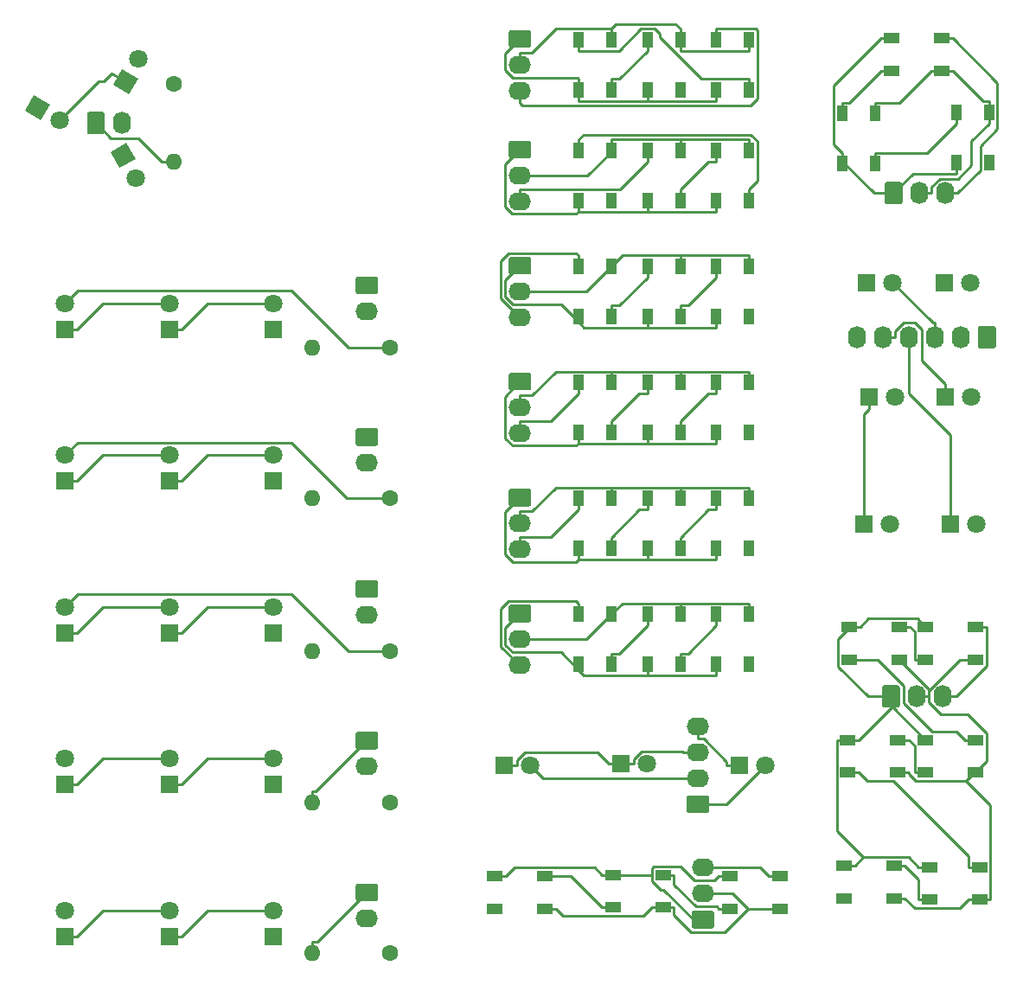
<source format=gbr>
G04 #@! TF.GenerationSoftware,KiCad,Pcbnew,(5.1.5-0-10_14)*
G04 #@! TF.CreationDate,2021-04-18T14:00:12+10:00*
G04 #@! TF.ProjectId,OH - Misc Lights,4f48202d-204d-4697-9363-204c69676874,rev?*
G04 #@! TF.SameCoordinates,Original*
G04 #@! TF.FileFunction,Copper,L1,Top*
G04 #@! TF.FilePolarity,Positive*
%FSLAX46Y46*%
G04 Gerber Fmt 4.6, Leading zero omitted, Abs format (unit mm)*
G04 Created by KiCad (PCBNEW (5.1.5-0-10_14)) date 2021-04-18 14:00:12*
%MOMM*%
%LPD*%
G04 APERTURE LIST*
%ADD10O,1.600000X1.600000*%
%ADD11C,1.600000*%
%ADD12O,2.200000X1.740000*%
%ADD13C,0.100000*%
%ADD14C,1.800000*%
%ADD15R,1.800000X1.800000*%
%ADD16R,1.000000X1.500000*%
%ADD17R,1.500000X1.000000*%
%ADD18O,1.740000X2.200000*%
%ADD19C,0.250000*%
G04 APERTURE END LIST*
D10*
X175514000Y-124968000D03*
D11*
X183134000Y-124968000D03*
D10*
X175514000Y-65659000D03*
D11*
X183134000Y-65659000D03*
D10*
X175514000Y-95377000D03*
D11*
X183134000Y-95377000D03*
D10*
X175514000Y-110236000D03*
D11*
X183134000Y-110236000D03*
D10*
X175514000Y-80391000D03*
D11*
X183134000Y-80391000D03*
D10*
X161925000Y-47498000D03*
D11*
X161925000Y-39878000D03*
D12*
X180848000Y-121532000D03*
G04 #@! TA.AperFunction,ComponentPad*
D13*
G36*
X181722505Y-118123204D02*
G01*
X181746773Y-118126804D01*
X181770572Y-118132765D01*
X181793671Y-118141030D01*
X181815850Y-118151520D01*
X181836893Y-118164132D01*
X181856599Y-118178747D01*
X181874777Y-118195223D01*
X181891253Y-118213401D01*
X181905868Y-118233107D01*
X181918480Y-118254150D01*
X181928970Y-118276329D01*
X181937235Y-118299428D01*
X181943196Y-118323227D01*
X181946796Y-118347495D01*
X181948000Y-118371999D01*
X181948000Y-119612001D01*
X181946796Y-119636505D01*
X181943196Y-119660773D01*
X181937235Y-119684572D01*
X181928970Y-119707671D01*
X181918480Y-119729850D01*
X181905868Y-119750893D01*
X181891253Y-119770599D01*
X181874777Y-119788777D01*
X181856599Y-119805253D01*
X181836893Y-119819868D01*
X181815850Y-119832480D01*
X181793671Y-119842970D01*
X181770572Y-119851235D01*
X181746773Y-119857196D01*
X181722505Y-119860796D01*
X181698001Y-119862000D01*
X179997999Y-119862000D01*
X179973495Y-119860796D01*
X179949227Y-119857196D01*
X179925428Y-119851235D01*
X179902329Y-119842970D01*
X179880150Y-119832480D01*
X179859107Y-119819868D01*
X179839401Y-119805253D01*
X179821223Y-119788777D01*
X179804747Y-119770599D01*
X179790132Y-119750893D01*
X179777520Y-119729850D01*
X179767030Y-119707671D01*
X179758765Y-119684572D01*
X179752804Y-119660773D01*
X179749204Y-119636505D01*
X179748000Y-119612001D01*
X179748000Y-118371999D01*
X179749204Y-118347495D01*
X179752804Y-118323227D01*
X179758765Y-118299428D01*
X179767030Y-118276329D01*
X179777520Y-118254150D01*
X179790132Y-118233107D01*
X179804747Y-118213401D01*
X179821223Y-118195223D01*
X179839401Y-118178747D01*
X179859107Y-118164132D01*
X179880150Y-118151520D01*
X179902329Y-118141030D01*
X179925428Y-118132765D01*
X179949227Y-118126804D01*
X179973495Y-118123204D01*
X179997999Y-118122000D01*
X181698001Y-118122000D01*
X181722505Y-118123204D01*
G37*
G04 #@! TD.AperFunction*
D12*
X180848000Y-62096000D03*
G04 #@! TA.AperFunction,ComponentPad*
D13*
G36*
X181722505Y-58687204D02*
G01*
X181746773Y-58690804D01*
X181770572Y-58696765D01*
X181793671Y-58705030D01*
X181815850Y-58715520D01*
X181836893Y-58728132D01*
X181856599Y-58742747D01*
X181874777Y-58759223D01*
X181891253Y-58777401D01*
X181905868Y-58797107D01*
X181918480Y-58818150D01*
X181928970Y-58840329D01*
X181937235Y-58863428D01*
X181943196Y-58887227D01*
X181946796Y-58911495D01*
X181948000Y-58935999D01*
X181948000Y-60176001D01*
X181946796Y-60200505D01*
X181943196Y-60224773D01*
X181937235Y-60248572D01*
X181928970Y-60271671D01*
X181918480Y-60293850D01*
X181905868Y-60314893D01*
X181891253Y-60334599D01*
X181874777Y-60352777D01*
X181856599Y-60369253D01*
X181836893Y-60383868D01*
X181815850Y-60396480D01*
X181793671Y-60406970D01*
X181770572Y-60415235D01*
X181746773Y-60421196D01*
X181722505Y-60424796D01*
X181698001Y-60426000D01*
X179997999Y-60426000D01*
X179973495Y-60424796D01*
X179949227Y-60421196D01*
X179925428Y-60415235D01*
X179902329Y-60406970D01*
X179880150Y-60396480D01*
X179859107Y-60383868D01*
X179839401Y-60369253D01*
X179821223Y-60352777D01*
X179804747Y-60334599D01*
X179790132Y-60314893D01*
X179777520Y-60293850D01*
X179767030Y-60271671D01*
X179758765Y-60248572D01*
X179752804Y-60224773D01*
X179749204Y-60200505D01*
X179748000Y-60176001D01*
X179748000Y-58935999D01*
X179749204Y-58911495D01*
X179752804Y-58887227D01*
X179758765Y-58863428D01*
X179767030Y-58840329D01*
X179777520Y-58818150D01*
X179790132Y-58797107D01*
X179804747Y-58777401D01*
X179821223Y-58759223D01*
X179839401Y-58742747D01*
X179859107Y-58728132D01*
X179880150Y-58715520D01*
X179902329Y-58705030D01*
X179925428Y-58696765D01*
X179949227Y-58690804D01*
X179973495Y-58687204D01*
X179997999Y-58686000D01*
X181698001Y-58686000D01*
X181722505Y-58687204D01*
G37*
G04 #@! TD.AperFunction*
D12*
X180848000Y-91814000D03*
G04 #@! TA.AperFunction,ComponentPad*
D13*
G36*
X181722505Y-88405204D02*
G01*
X181746773Y-88408804D01*
X181770572Y-88414765D01*
X181793671Y-88423030D01*
X181815850Y-88433520D01*
X181836893Y-88446132D01*
X181856599Y-88460747D01*
X181874777Y-88477223D01*
X181891253Y-88495401D01*
X181905868Y-88515107D01*
X181918480Y-88536150D01*
X181928970Y-88558329D01*
X181937235Y-88581428D01*
X181943196Y-88605227D01*
X181946796Y-88629495D01*
X181948000Y-88653999D01*
X181948000Y-89894001D01*
X181946796Y-89918505D01*
X181943196Y-89942773D01*
X181937235Y-89966572D01*
X181928970Y-89989671D01*
X181918480Y-90011850D01*
X181905868Y-90032893D01*
X181891253Y-90052599D01*
X181874777Y-90070777D01*
X181856599Y-90087253D01*
X181836893Y-90101868D01*
X181815850Y-90114480D01*
X181793671Y-90124970D01*
X181770572Y-90133235D01*
X181746773Y-90139196D01*
X181722505Y-90142796D01*
X181698001Y-90144000D01*
X179997999Y-90144000D01*
X179973495Y-90142796D01*
X179949227Y-90139196D01*
X179925428Y-90133235D01*
X179902329Y-90124970D01*
X179880150Y-90114480D01*
X179859107Y-90101868D01*
X179839401Y-90087253D01*
X179821223Y-90070777D01*
X179804747Y-90052599D01*
X179790132Y-90032893D01*
X179777520Y-90011850D01*
X179767030Y-89989671D01*
X179758765Y-89966572D01*
X179752804Y-89942773D01*
X179749204Y-89918505D01*
X179748000Y-89894001D01*
X179748000Y-88653999D01*
X179749204Y-88629495D01*
X179752804Y-88605227D01*
X179758765Y-88581428D01*
X179767030Y-88558329D01*
X179777520Y-88536150D01*
X179790132Y-88515107D01*
X179804747Y-88495401D01*
X179821223Y-88477223D01*
X179839401Y-88460747D01*
X179859107Y-88446132D01*
X179880150Y-88433520D01*
X179902329Y-88423030D01*
X179925428Y-88414765D01*
X179949227Y-88408804D01*
X179973495Y-88405204D01*
X179997999Y-88404000D01*
X181698001Y-88404000D01*
X181722505Y-88405204D01*
G37*
G04 #@! TD.AperFunction*
D12*
X180848000Y-106673000D03*
G04 #@! TA.AperFunction,ComponentPad*
D13*
G36*
X181722505Y-103264204D02*
G01*
X181746773Y-103267804D01*
X181770572Y-103273765D01*
X181793671Y-103282030D01*
X181815850Y-103292520D01*
X181836893Y-103305132D01*
X181856599Y-103319747D01*
X181874777Y-103336223D01*
X181891253Y-103354401D01*
X181905868Y-103374107D01*
X181918480Y-103395150D01*
X181928970Y-103417329D01*
X181937235Y-103440428D01*
X181943196Y-103464227D01*
X181946796Y-103488495D01*
X181948000Y-103512999D01*
X181948000Y-104753001D01*
X181946796Y-104777505D01*
X181943196Y-104801773D01*
X181937235Y-104825572D01*
X181928970Y-104848671D01*
X181918480Y-104870850D01*
X181905868Y-104891893D01*
X181891253Y-104911599D01*
X181874777Y-104929777D01*
X181856599Y-104946253D01*
X181836893Y-104960868D01*
X181815850Y-104973480D01*
X181793671Y-104983970D01*
X181770572Y-104992235D01*
X181746773Y-104998196D01*
X181722505Y-105001796D01*
X181698001Y-105003000D01*
X179997999Y-105003000D01*
X179973495Y-105001796D01*
X179949227Y-104998196D01*
X179925428Y-104992235D01*
X179902329Y-104983970D01*
X179880150Y-104973480D01*
X179859107Y-104960868D01*
X179839401Y-104946253D01*
X179821223Y-104929777D01*
X179804747Y-104911599D01*
X179790132Y-104891893D01*
X179777520Y-104870850D01*
X179767030Y-104848671D01*
X179758765Y-104825572D01*
X179752804Y-104801773D01*
X179749204Y-104777505D01*
X179748000Y-104753001D01*
X179748000Y-103512999D01*
X179749204Y-103488495D01*
X179752804Y-103464227D01*
X179758765Y-103440428D01*
X179767030Y-103417329D01*
X179777520Y-103395150D01*
X179790132Y-103374107D01*
X179804747Y-103354401D01*
X179821223Y-103336223D01*
X179839401Y-103319747D01*
X179859107Y-103305132D01*
X179880150Y-103292520D01*
X179902329Y-103282030D01*
X179925428Y-103273765D01*
X179949227Y-103267804D01*
X179973495Y-103264204D01*
X179997999Y-103263000D01*
X181698001Y-103263000D01*
X181722505Y-103264204D01*
G37*
G04 #@! TD.AperFunction*
D12*
X180848000Y-76955000D03*
G04 #@! TA.AperFunction,ComponentPad*
D13*
G36*
X181722505Y-73546204D02*
G01*
X181746773Y-73549804D01*
X181770572Y-73555765D01*
X181793671Y-73564030D01*
X181815850Y-73574520D01*
X181836893Y-73587132D01*
X181856599Y-73601747D01*
X181874777Y-73618223D01*
X181891253Y-73636401D01*
X181905868Y-73656107D01*
X181918480Y-73677150D01*
X181928970Y-73699329D01*
X181937235Y-73722428D01*
X181943196Y-73746227D01*
X181946796Y-73770495D01*
X181948000Y-73794999D01*
X181948000Y-75035001D01*
X181946796Y-75059505D01*
X181943196Y-75083773D01*
X181937235Y-75107572D01*
X181928970Y-75130671D01*
X181918480Y-75152850D01*
X181905868Y-75173893D01*
X181891253Y-75193599D01*
X181874777Y-75211777D01*
X181856599Y-75228253D01*
X181836893Y-75242868D01*
X181815850Y-75255480D01*
X181793671Y-75265970D01*
X181770572Y-75274235D01*
X181746773Y-75280196D01*
X181722505Y-75283796D01*
X181698001Y-75285000D01*
X179997999Y-75285000D01*
X179973495Y-75283796D01*
X179949227Y-75280196D01*
X179925428Y-75274235D01*
X179902329Y-75265970D01*
X179880150Y-75255480D01*
X179859107Y-75242868D01*
X179839401Y-75228253D01*
X179821223Y-75211777D01*
X179804747Y-75193599D01*
X179790132Y-75173893D01*
X179777520Y-75152850D01*
X179767030Y-75130671D01*
X179758765Y-75107572D01*
X179752804Y-75083773D01*
X179749204Y-75059505D01*
X179748000Y-75035001D01*
X179748000Y-73794999D01*
X179749204Y-73770495D01*
X179752804Y-73746227D01*
X179758765Y-73722428D01*
X179767030Y-73699329D01*
X179777520Y-73677150D01*
X179790132Y-73656107D01*
X179804747Y-73636401D01*
X179821223Y-73618223D01*
X179839401Y-73601747D01*
X179859107Y-73587132D01*
X179880150Y-73574520D01*
X179902329Y-73564030D01*
X179925428Y-73555765D01*
X179949227Y-73549804D01*
X179973495Y-73546204D01*
X179997999Y-73545000D01*
X181698001Y-73545000D01*
X181722505Y-73546204D01*
G37*
G04 #@! TD.AperFunction*
D14*
X171704000Y-120782000D03*
D15*
X171704000Y-123322000D03*
D14*
X171704000Y-61346000D03*
D15*
X171704000Y-63886000D03*
D14*
X171704000Y-91064000D03*
D15*
X171704000Y-93604000D03*
D14*
X171704000Y-105923000D03*
D15*
X171704000Y-108463000D03*
D14*
X171704000Y-76205000D03*
D15*
X171704000Y-78745000D03*
D14*
X161488000Y-120782000D03*
D15*
X161488000Y-123322000D03*
D14*
X161488000Y-61346000D03*
D15*
X161488000Y-63886000D03*
D14*
X161488000Y-91064000D03*
D15*
X161488000Y-93604000D03*
D14*
X161488000Y-105923000D03*
D15*
X161488000Y-108463000D03*
D14*
X161488000Y-76205000D03*
D15*
X161488000Y-78745000D03*
D14*
X151273000Y-120782000D03*
D15*
X151273000Y-123322000D03*
D14*
X151273000Y-61346000D03*
D15*
X151273000Y-63886000D03*
D14*
X151273000Y-91064000D03*
D15*
X151273000Y-93604000D03*
D14*
X151273000Y-105923000D03*
D15*
X151273000Y-108463000D03*
D14*
X151273000Y-76205000D03*
D15*
X151273000Y-78745000D03*
D12*
X195834000Y-85420200D03*
X195834000Y-82880200D03*
G04 #@! TA.AperFunction,ComponentPad*
D13*
G36*
X196708505Y-79471404D02*
G01*
X196732773Y-79475004D01*
X196756572Y-79480965D01*
X196779671Y-79489230D01*
X196801850Y-79499720D01*
X196822893Y-79512332D01*
X196842599Y-79526947D01*
X196860777Y-79543423D01*
X196877253Y-79561601D01*
X196891868Y-79581307D01*
X196904480Y-79602350D01*
X196914970Y-79624529D01*
X196923235Y-79647628D01*
X196929196Y-79671427D01*
X196932796Y-79695695D01*
X196934000Y-79720199D01*
X196934000Y-80960201D01*
X196932796Y-80984705D01*
X196929196Y-81008973D01*
X196923235Y-81032772D01*
X196914970Y-81055871D01*
X196904480Y-81078050D01*
X196891868Y-81099093D01*
X196877253Y-81118799D01*
X196860777Y-81136977D01*
X196842599Y-81153453D01*
X196822893Y-81168068D01*
X196801850Y-81180680D01*
X196779671Y-81191170D01*
X196756572Y-81199435D01*
X196732773Y-81205396D01*
X196708505Y-81208996D01*
X196684001Y-81210200D01*
X194983999Y-81210200D01*
X194959495Y-81208996D01*
X194935227Y-81205396D01*
X194911428Y-81199435D01*
X194888329Y-81191170D01*
X194866150Y-81180680D01*
X194845107Y-81168068D01*
X194825401Y-81153453D01*
X194807223Y-81136977D01*
X194790747Y-81118799D01*
X194776132Y-81099093D01*
X194763520Y-81078050D01*
X194753030Y-81055871D01*
X194744765Y-81032772D01*
X194738804Y-81008973D01*
X194735204Y-80984705D01*
X194734000Y-80960201D01*
X194734000Y-79720199D01*
X194735204Y-79695695D01*
X194738804Y-79671427D01*
X194744765Y-79647628D01*
X194753030Y-79624529D01*
X194763520Y-79602350D01*
X194776132Y-79581307D01*
X194790747Y-79561601D01*
X194807223Y-79543423D01*
X194825401Y-79526947D01*
X194845107Y-79512332D01*
X194866150Y-79499720D01*
X194888329Y-79489230D01*
X194911428Y-79480965D01*
X194935227Y-79475004D01*
X194959495Y-79471404D01*
X194983999Y-79470200D01*
X196684001Y-79470200D01*
X196708505Y-79471404D01*
G37*
G04 #@! TD.AperFunction*
D12*
X195834000Y-96774000D03*
X195834000Y-94234000D03*
G04 #@! TA.AperFunction,ComponentPad*
D13*
G36*
X196708505Y-90825204D02*
G01*
X196732773Y-90828804D01*
X196756572Y-90834765D01*
X196779671Y-90843030D01*
X196801850Y-90853520D01*
X196822893Y-90866132D01*
X196842599Y-90880747D01*
X196860777Y-90897223D01*
X196877253Y-90915401D01*
X196891868Y-90935107D01*
X196904480Y-90956150D01*
X196914970Y-90978329D01*
X196923235Y-91001428D01*
X196929196Y-91025227D01*
X196932796Y-91049495D01*
X196934000Y-91073999D01*
X196934000Y-92314001D01*
X196932796Y-92338505D01*
X196929196Y-92362773D01*
X196923235Y-92386572D01*
X196914970Y-92409671D01*
X196904480Y-92431850D01*
X196891868Y-92452893D01*
X196877253Y-92472599D01*
X196860777Y-92490777D01*
X196842599Y-92507253D01*
X196822893Y-92521868D01*
X196801850Y-92534480D01*
X196779671Y-92544970D01*
X196756572Y-92553235D01*
X196732773Y-92559196D01*
X196708505Y-92562796D01*
X196684001Y-92564000D01*
X194983999Y-92564000D01*
X194959495Y-92562796D01*
X194935227Y-92559196D01*
X194911428Y-92553235D01*
X194888329Y-92544970D01*
X194866150Y-92534480D01*
X194845107Y-92521868D01*
X194825401Y-92507253D01*
X194807223Y-92490777D01*
X194790747Y-92472599D01*
X194776132Y-92452893D01*
X194763520Y-92431850D01*
X194753030Y-92409671D01*
X194744765Y-92386572D01*
X194738804Y-92362773D01*
X194735204Y-92338505D01*
X194734000Y-92314001D01*
X194734000Y-91073999D01*
X194735204Y-91049495D01*
X194738804Y-91025227D01*
X194744765Y-91001428D01*
X194753030Y-90978329D01*
X194763520Y-90956150D01*
X194776132Y-90935107D01*
X194790747Y-90915401D01*
X194807223Y-90897223D01*
X194825401Y-90880747D01*
X194845107Y-90866132D01*
X194866150Y-90853520D01*
X194888329Y-90843030D01*
X194911428Y-90834765D01*
X194935227Y-90828804D01*
X194959495Y-90825204D01*
X194983999Y-90824000D01*
X196684001Y-90824000D01*
X196708505Y-90825204D01*
G37*
G04 #@! TD.AperFunction*
D12*
X195834000Y-74066400D03*
X195834000Y-71526400D03*
G04 #@! TA.AperFunction,ComponentPad*
D13*
G36*
X196708505Y-68117604D02*
G01*
X196732773Y-68121204D01*
X196756572Y-68127165D01*
X196779671Y-68135430D01*
X196801850Y-68145920D01*
X196822893Y-68158532D01*
X196842599Y-68173147D01*
X196860777Y-68189623D01*
X196877253Y-68207801D01*
X196891868Y-68227507D01*
X196904480Y-68248550D01*
X196914970Y-68270729D01*
X196923235Y-68293828D01*
X196929196Y-68317627D01*
X196932796Y-68341895D01*
X196934000Y-68366399D01*
X196934000Y-69606401D01*
X196932796Y-69630905D01*
X196929196Y-69655173D01*
X196923235Y-69678972D01*
X196914970Y-69702071D01*
X196904480Y-69724250D01*
X196891868Y-69745293D01*
X196877253Y-69764999D01*
X196860777Y-69783177D01*
X196842599Y-69799653D01*
X196822893Y-69814268D01*
X196801850Y-69826880D01*
X196779671Y-69837370D01*
X196756572Y-69845635D01*
X196732773Y-69851596D01*
X196708505Y-69855196D01*
X196684001Y-69856400D01*
X194983999Y-69856400D01*
X194959495Y-69855196D01*
X194935227Y-69851596D01*
X194911428Y-69845635D01*
X194888329Y-69837370D01*
X194866150Y-69826880D01*
X194845107Y-69814268D01*
X194825401Y-69799653D01*
X194807223Y-69783177D01*
X194790747Y-69764999D01*
X194776132Y-69745293D01*
X194763520Y-69724250D01*
X194753030Y-69702071D01*
X194744765Y-69678972D01*
X194738804Y-69655173D01*
X194735204Y-69630905D01*
X194734000Y-69606401D01*
X194734000Y-68366399D01*
X194735204Y-68341895D01*
X194738804Y-68317627D01*
X194744765Y-68293828D01*
X194753030Y-68270729D01*
X194763520Y-68248550D01*
X194776132Y-68227507D01*
X194790747Y-68207801D01*
X194807223Y-68189623D01*
X194825401Y-68173147D01*
X194845107Y-68158532D01*
X194866150Y-68145920D01*
X194888329Y-68135430D01*
X194911428Y-68127165D01*
X194935227Y-68121204D01*
X194959495Y-68117604D01*
X194983999Y-68116400D01*
X196684001Y-68116400D01*
X196708505Y-68117604D01*
G37*
G04 #@! TD.AperFunction*
D12*
X195834000Y-51358800D03*
X195834000Y-48818800D03*
G04 #@! TA.AperFunction,ComponentPad*
D13*
G36*
X196708505Y-45410004D02*
G01*
X196732773Y-45413604D01*
X196756572Y-45419565D01*
X196779671Y-45427830D01*
X196801850Y-45438320D01*
X196822893Y-45450932D01*
X196842599Y-45465547D01*
X196860777Y-45482023D01*
X196877253Y-45500201D01*
X196891868Y-45519907D01*
X196904480Y-45540950D01*
X196914970Y-45563129D01*
X196923235Y-45586228D01*
X196929196Y-45610027D01*
X196932796Y-45634295D01*
X196934000Y-45658799D01*
X196934000Y-46898801D01*
X196932796Y-46923305D01*
X196929196Y-46947573D01*
X196923235Y-46971372D01*
X196914970Y-46994471D01*
X196904480Y-47016650D01*
X196891868Y-47037693D01*
X196877253Y-47057399D01*
X196860777Y-47075577D01*
X196842599Y-47092053D01*
X196822893Y-47106668D01*
X196801850Y-47119280D01*
X196779671Y-47129770D01*
X196756572Y-47138035D01*
X196732773Y-47143996D01*
X196708505Y-47147596D01*
X196684001Y-47148800D01*
X194983999Y-47148800D01*
X194959495Y-47147596D01*
X194935227Y-47143996D01*
X194911428Y-47138035D01*
X194888329Y-47129770D01*
X194866150Y-47119280D01*
X194845107Y-47106668D01*
X194825401Y-47092053D01*
X194807223Y-47075577D01*
X194790747Y-47057399D01*
X194776132Y-47037693D01*
X194763520Y-47016650D01*
X194753030Y-46994471D01*
X194744765Y-46971372D01*
X194738804Y-46947573D01*
X194735204Y-46923305D01*
X194734000Y-46898801D01*
X194734000Y-45658799D01*
X194735204Y-45634295D01*
X194738804Y-45610027D01*
X194744765Y-45586228D01*
X194753030Y-45563129D01*
X194763520Y-45540950D01*
X194776132Y-45519907D01*
X194790747Y-45500201D01*
X194807223Y-45482023D01*
X194825401Y-45465547D01*
X194845107Y-45450932D01*
X194866150Y-45438320D01*
X194888329Y-45427830D01*
X194911428Y-45419565D01*
X194935227Y-45413604D01*
X194959495Y-45410004D01*
X194983999Y-45408800D01*
X196684001Y-45408800D01*
X196708505Y-45410004D01*
G37*
G04 #@! TD.AperFunction*
D12*
X195834000Y-62712600D03*
X195834000Y-60172600D03*
G04 #@! TA.AperFunction,ComponentPad*
D13*
G36*
X196708505Y-56763804D02*
G01*
X196732773Y-56767404D01*
X196756572Y-56773365D01*
X196779671Y-56781630D01*
X196801850Y-56792120D01*
X196822893Y-56804732D01*
X196842599Y-56819347D01*
X196860777Y-56835823D01*
X196877253Y-56854001D01*
X196891868Y-56873707D01*
X196904480Y-56894750D01*
X196914970Y-56916929D01*
X196923235Y-56940028D01*
X196929196Y-56963827D01*
X196932796Y-56988095D01*
X196934000Y-57012599D01*
X196934000Y-58252601D01*
X196932796Y-58277105D01*
X196929196Y-58301373D01*
X196923235Y-58325172D01*
X196914970Y-58348271D01*
X196904480Y-58370450D01*
X196891868Y-58391493D01*
X196877253Y-58411199D01*
X196860777Y-58429377D01*
X196842599Y-58445853D01*
X196822893Y-58460468D01*
X196801850Y-58473080D01*
X196779671Y-58483570D01*
X196756572Y-58491835D01*
X196732773Y-58497796D01*
X196708505Y-58501396D01*
X196684001Y-58502600D01*
X194983999Y-58502600D01*
X194959495Y-58501396D01*
X194935227Y-58497796D01*
X194911428Y-58491835D01*
X194888329Y-58483570D01*
X194866150Y-58473080D01*
X194845107Y-58460468D01*
X194825401Y-58445853D01*
X194807223Y-58429377D01*
X194790747Y-58411199D01*
X194776132Y-58391493D01*
X194763520Y-58370450D01*
X194753030Y-58348271D01*
X194744765Y-58325172D01*
X194738804Y-58301373D01*
X194735204Y-58277105D01*
X194734000Y-58252601D01*
X194734000Y-57012599D01*
X194735204Y-56988095D01*
X194738804Y-56963827D01*
X194744765Y-56940028D01*
X194753030Y-56916929D01*
X194763520Y-56894750D01*
X194776132Y-56873707D01*
X194790747Y-56854001D01*
X194807223Y-56835823D01*
X194825401Y-56819347D01*
X194845107Y-56804732D01*
X194866150Y-56792120D01*
X194888329Y-56781630D01*
X194911428Y-56773365D01*
X194935227Y-56767404D01*
X194959495Y-56763804D01*
X194983999Y-56762600D01*
X196684001Y-56762600D01*
X196708505Y-56763804D01*
G37*
G04 #@! TD.AperFunction*
D16*
X215062000Y-85330200D03*
X218262000Y-85330200D03*
X215062000Y-80430200D03*
X218262000Y-80430200D03*
X208318000Y-85330200D03*
X211518000Y-85330200D03*
X208318000Y-80430200D03*
X211518000Y-80430200D03*
X201573000Y-85330200D03*
X204773000Y-85330200D03*
X201573000Y-80430200D03*
X204773000Y-80430200D03*
X215062000Y-96684000D03*
X218262000Y-96684000D03*
X215062000Y-91784000D03*
X218262000Y-91784000D03*
X215062000Y-73976400D03*
X218262000Y-73976400D03*
X215062000Y-69076400D03*
X218262000Y-69076400D03*
X201573000Y-51268800D03*
X204773000Y-51268800D03*
X201573000Y-46368800D03*
X204773000Y-46368800D03*
X215062000Y-62622600D03*
X218262000Y-62622600D03*
X215062000Y-57722600D03*
X218262000Y-57722600D03*
X208318000Y-96684000D03*
X211518000Y-96684000D03*
X208318000Y-91784000D03*
X211518000Y-91784000D03*
X208318000Y-73976400D03*
X211518000Y-73976400D03*
X208318000Y-69076400D03*
X211518000Y-69076400D03*
X215062000Y-51268800D03*
X218262000Y-51268800D03*
X215062000Y-46368800D03*
X218262000Y-46368800D03*
X208318000Y-62622600D03*
X211518000Y-62622600D03*
X208318000Y-57722600D03*
X211518000Y-57722600D03*
X201573000Y-96684000D03*
X204773000Y-96684000D03*
X201573000Y-91784000D03*
X204773000Y-91784000D03*
X201573000Y-73976400D03*
X204773000Y-73976400D03*
X201573000Y-69076400D03*
X204773000Y-69076400D03*
X208318000Y-51268800D03*
X211518000Y-51268800D03*
X208318000Y-46368800D03*
X211518000Y-46368800D03*
X201573000Y-62622600D03*
X204773000Y-62622600D03*
X201573000Y-57722600D03*
X204773000Y-57722600D03*
X208318000Y-40423000D03*
X211518000Y-40423000D03*
X208318000Y-35523000D03*
X211518000Y-35523000D03*
D12*
X195834000Y-40513000D03*
X195834000Y-37973000D03*
G04 #@! TA.AperFunction,ComponentPad*
D13*
G36*
X196708505Y-34564204D02*
G01*
X196732773Y-34567804D01*
X196756572Y-34573765D01*
X196779671Y-34582030D01*
X196801850Y-34592520D01*
X196822893Y-34605132D01*
X196842599Y-34619747D01*
X196860777Y-34636223D01*
X196877253Y-34654401D01*
X196891868Y-34674107D01*
X196904480Y-34695150D01*
X196914970Y-34717329D01*
X196923235Y-34740428D01*
X196929196Y-34764227D01*
X196932796Y-34788495D01*
X196934000Y-34812999D01*
X196934000Y-36053001D01*
X196932796Y-36077505D01*
X196929196Y-36101773D01*
X196923235Y-36125572D01*
X196914970Y-36148671D01*
X196904480Y-36170850D01*
X196891868Y-36191893D01*
X196877253Y-36211599D01*
X196860777Y-36229777D01*
X196842599Y-36246253D01*
X196822893Y-36260868D01*
X196801850Y-36273480D01*
X196779671Y-36283970D01*
X196756572Y-36292235D01*
X196732773Y-36298196D01*
X196708505Y-36301796D01*
X196684001Y-36303000D01*
X194983999Y-36303000D01*
X194959495Y-36301796D01*
X194935227Y-36298196D01*
X194911428Y-36292235D01*
X194888329Y-36283970D01*
X194866150Y-36273480D01*
X194845107Y-36260868D01*
X194825401Y-36246253D01*
X194807223Y-36229777D01*
X194790747Y-36211599D01*
X194776132Y-36191893D01*
X194763520Y-36170850D01*
X194753030Y-36148671D01*
X194744765Y-36125572D01*
X194738804Y-36101773D01*
X194735204Y-36077505D01*
X194734000Y-36053001D01*
X194734000Y-34812999D01*
X194735204Y-34788495D01*
X194738804Y-34764227D01*
X194744765Y-34740428D01*
X194753030Y-34717329D01*
X194763520Y-34695150D01*
X194776132Y-34674107D01*
X194790747Y-34654401D01*
X194807223Y-34636223D01*
X194825401Y-34619747D01*
X194845107Y-34605132D01*
X194866150Y-34592520D01*
X194888329Y-34582030D01*
X194911428Y-34573765D01*
X194935227Y-34567804D01*
X194959495Y-34564204D01*
X194983999Y-34563000D01*
X196684001Y-34563000D01*
X196708505Y-34564204D01*
G37*
G04 #@! TD.AperFunction*
D16*
X201573000Y-40423000D03*
X204773000Y-40423000D03*
X201573000Y-35523000D03*
X204773000Y-35523000D03*
X215062000Y-40423000D03*
X218262000Y-40423000D03*
X215062000Y-35523000D03*
X218262000Y-35523000D03*
D12*
X213233000Y-102743000D03*
X213233000Y-105283000D03*
X213233000Y-107823000D03*
G04 #@! TA.AperFunction,ComponentPad*
D13*
G36*
X214107505Y-109494204D02*
G01*
X214131773Y-109497804D01*
X214155572Y-109503765D01*
X214178671Y-109512030D01*
X214200850Y-109522520D01*
X214221893Y-109535132D01*
X214241599Y-109549747D01*
X214259777Y-109566223D01*
X214276253Y-109584401D01*
X214290868Y-109604107D01*
X214303480Y-109625150D01*
X214313970Y-109647329D01*
X214322235Y-109670428D01*
X214328196Y-109694227D01*
X214331796Y-109718495D01*
X214333000Y-109742999D01*
X214333000Y-110983001D01*
X214331796Y-111007505D01*
X214328196Y-111031773D01*
X214322235Y-111055572D01*
X214313970Y-111078671D01*
X214303480Y-111100850D01*
X214290868Y-111121893D01*
X214276253Y-111141599D01*
X214259777Y-111159777D01*
X214241599Y-111176253D01*
X214221893Y-111190868D01*
X214200850Y-111203480D01*
X214178671Y-111213970D01*
X214155572Y-111222235D01*
X214131773Y-111228196D01*
X214107505Y-111231796D01*
X214083001Y-111233000D01*
X212382999Y-111233000D01*
X212358495Y-111231796D01*
X212334227Y-111228196D01*
X212310428Y-111222235D01*
X212287329Y-111213970D01*
X212265150Y-111203480D01*
X212244107Y-111190868D01*
X212224401Y-111176253D01*
X212206223Y-111159777D01*
X212189747Y-111141599D01*
X212175132Y-111121893D01*
X212162520Y-111100850D01*
X212152030Y-111078671D01*
X212143765Y-111055572D01*
X212137804Y-111031773D01*
X212134204Y-111007505D01*
X212133000Y-110983001D01*
X212133000Y-109742999D01*
X212134204Y-109718495D01*
X212137804Y-109694227D01*
X212143765Y-109670428D01*
X212152030Y-109647329D01*
X212162520Y-109625150D01*
X212175132Y-109604107D01*
X212189747Y-109584401D01*
X212206223Y-109566223D01*
X212224401Y-109549747D01*
X212244107Y-109535132D01*
X212265150Y-109522520D01*
X212287329Y-109512030D01*
X212310428Y-109503765D01*
X212334227Y-109497804D01*
X212358495Y-109494204D01*
X212382999Y-109493000D01*
X214083001Y-109493000D01*
X214107505Y-109494204D01*
G37*
G04 #@! TD.AperFunction*
D12*
X213741000Y-116586000D03*
X213741000Y-119126000D03*
G04 #@! TA.AperFunction,ComponentPad*
D13*
G36*
X214615505Y-120797204D02*
G01*
X214639773Y-120800804D01*
X214663572Y-120806765D01*
X214686671Y-120815030D01*
X214708850Y-120825520D01*
X214729893Y-120838132D01*
X214749599Y-120852747D01*
X214767777Y-120869223D01*
X214784253Y-120887401D01*
X214798868Y-120907107D01*
X214811480Y-120928150D01*
X214821970Y-120950329D01*
X214830235Y-120973428D01*
X214836196Y-120997227D01*
X214839796Y-121021495D01*
X214841000Y-121045999D01*
X214841000Y-122286001D01*
X214839796Y-122310505D01*
X214836196Y-122334773D01*
X214830235Y-122358572D01*
X214821970Y-122381671D01*
X214811480Y-122403850D01*
X214798868Y-122424893D01*
X214784253Y-122444599D01*
X214767777Y-122462777D01*
X214749599Y-122479253D01*
X214729893Y-122493868D01*
X214708850Y-122506480D01*
X214686671Y-122516970D01*
X214663572Y-122525235D01*
X214639773Y-122531196D01*
X214615505Y-122534796D01*
X214591001Y-122536000D01*
X212890999Y-122536000D01*
X212866495Y-122534796D01*
X212842227Y-122531196D01*
X212818428Y-122525235D01*
X212795329Y-122516970D01*
X212773150Y-122506480D01*
X212752107Y-122493868D01*
X212732401Y-122479253D01*
X212714223Y-122462777D01*
X212697747Y-122444599D01*
X212683132Y-122424893D01*
X212670520Y-122403850D01*
X212660030Y-122381671D01*
X212651765Y-122358572D01*
X212645804Y-122334773D01*
X212642204Y-122310505D01*
X212641000Y-122286001D01*
X212641000Y-121045999D01*
X212642204Y-121021495D01*
X212645804Y-120997227D01*
X212651765Y-120973428D01*
X212660030Y-120950329D01*
X212670520Y-120928150D01*
X212683132Y-120907107D01*
X212697747Y-120887401D01*
X212714223Y-120869223D01*
X212732401Y-120852747D01*
X212752107Y-120838132D01*
X212773150Y-120825520D01*
X212795329Y-120815030D01*
X212818428Y-120806765D01*
X212842227Y-120800804D01*
X212866495Y-120797204D01*
X212890999Y-120796000D01*
X214591001Y-120796000D01*
X214615505Y-120797204D01*
G37*
G04 #@! TD.AperFunction*
D17*
X193384000Y-117399000D03*
X193384000Y-120599000D03*
X198284000Y-117399000D03*
X198284000Y-120599000D03*
D14*
X196850000Y-106553000D03*
D15*
X194310000Y-106553000D03*
D14*
X219837000Y-106553000D03*
D15*
X217297000Y-106553000D03*
D14*
X208280000Y-106426000D03*
D15*
X205740000Y-106426000D03*
D17*
X204941000Y-117272000D03*
X204941000Y-120472000D03*
X209841000Y-117272000D03*
X209841000Y-120472000D03*
X216371000Y-117399000D03*
X216371000Y-120599000D03*
X221271000Y-117399000D03*
X221271000Y-120599000D03*
D18*
X237236000Y-99822000D03*
X234696000Y-99822000D03*
G04 #@! TA.AperFunction,ComponentPad*
D13*
G36*
X232800505Y-98723204D02*
G01*
X232824773Y-98726804D01*
X232848572Y-98732765D01*
X232871671Y-98741030D01*
X232893850Y-98751520D01*
X232914893Y-98764132D01*
X232934599Y-98778747D01*
X232952777Y-98795223D01*
X232969253Y-98813401D01*
X232983868Y-98833107D01*
X232996480Y-98854150D01*
X233006970Y-98876329D01*
X233015235Y-98899428D01*
X233021196Y-98923227D01*
X233024796Y-98947495D01*
X233026000Y-98971999D01*
X233026000Y-100672001D01*
X233024796Y-100696505D01*
X233021196Y-100720773D01*
X233015235Y-100744572D01*
X233006970Y-100767671D01*
X232996480Y-100789850D01*
X232983868Y-100810893D01*
X232969253Y-100830599D01*
X232952777Y-100848777D01*
X232934599Y-100865253D01*
X232914893Y-100879868D01*
X232893850Y-100892480D01*
X232871671Y-100902970D01*
X232848572Y-100911235D01*
X232824773Y-100917196D01*
X232800505Y-100920796D01*
X232776001Y-100922000D01*
X231535999Y-100922000D01*
X231511495Y-100920796D01*
X231487227Y-100917196D01*
X231463428Y-100911235D01*
X231440329Y-100902970D01*
X231418150Y-100892480D01*
X231397107Y-100879868D01*
X231377401Y-100865253D01*
X231359223Y-100848777D01*
X231342747Y-100830599D01*
X231328132Y-100810893D01*
X231315520Y-100789850D01*
X231305030Y-100767671D01*
X231296765Y-100744572D01*
X231290804Y-100720773D01*
X231287204Y-100696505D01*
X231286000Y-100672001D01*
X231286000Y-98971999D01*
X231287204Y-98947495D01*
X231290804Y-98923227D01*
X231296765Y-98899428D01*
X231305030Y-98876329D01*
X231315520Y-98854150D01*
X231328132Y-98833107D01*
X231342747Y-98813401D01*
X231359223Y-98795223D01*
X231377401Y-98778747D01*
X231397107Y-98764132D01*
X231418150Y-98751520D01*
X231440329Y-98741030D01*
X231463428Y-98732765D01*
X231487227Y-98726804D01*
X231511495Y-98723204D01*
X231535999Y-98722000D01*
X232776001Y-98722000D01*
X232800505Y-98723204D01*
G37*
G04 #@! TD.AperFunction*
D18*
X228854000Y-64643000D03*
X231394000Y-64643000D03*
X233934000Y-64643000D03*
X236474000Y-64643000D03*
X239014000Y-64643000D03*
G04 #@! TA.AperFunction,ComponentPad*
D13*
G36*
X242198505Y-63544204D02*
G01*
X242222773Y-63547804D01*
X242246572Y-63553765D01*
X242269671Y-63562030D01*
X242291850Y-63572520D01*
X242312893Y-63585132D01*
X242332599Y-63599747D01*
X242350777Y-63616223D01*
X242367253Y-63634401D01*
X242381868Y-63654107D01*
X242394480Y-63675150D01*
X242404970Y-63697329D01*
X242413235Y-63720428D01*
X242419196Y-63744227D01*
X242422796Y-63768495D01*
X242424000Y-63792999D01*
X242424000Y-65493001D01*
X242422796Y-65517505D01*
X242419196Y-65541773D01*
X242413235Y-65565572D01*
X242404970Y-65588671D01*
X242394480Y-65610850D01*
X242381868Y-65631893D01*
X242367253Y-65651599D01*
X242350777Y-65669777D01*
X242332599Y-65686253D01*
X242312893Y-65700868D01*
X242291850Y-65713480D01*
X242269671Y-65723970D01*
X242246572Y-65732235D01*
X242222773Y-65738196D01*
X242198505Y-65741796D01*
X242174001Y-65743000D01*
X240933999Y-65743000D01*
X240909495Y-65741796D01*
X240885227Y-65738196D01*
X240861428Y-65732235D01*
X240838329Y-65723970D01*
X240816150Y-65713480D01*
X240795107Y-65700868D01*
X240775401Y-65686253D01*
X240757223Y-65669777D01*
X240740747Y-65651599D01*
X240726132Y-65631893D01*
X240713520Y-65610850D01*
X240703030Y-65588671D01*
X240694765Y-65565572D01*
X240688804Y-65541773D01*
X240685204Y-65517505D01*
X240684000Y-65493001D01*
X240684000Y-63792999D01*
X240685204Y-63768495D01*
X240688804Y-63744227D01*
X240694765Y-63720428D01*
X240703030Y-63697329D01*
X240713520Y-63675150D01*
X240726132Y-63654107D01*
X240740747Y-63634401D01*
X240757223Y-63616223D01*
X240775401Y-63599747D01*
X240795107Y-63585132D01*
X240816150Y-63572520D01*
X240838329Y-63562030D01*
X240861428Y-63553765D01*
X240885227Y-63547804D01*
X240909495Y-63544204D01*
X240933999Y-63543000D01*
X242174001Y-63543000D01*
X242198505Y-63544204D01*
G37*
G04 #@! TD.AperFunction*
D17*
X227547000Y-116383000D03*
X227547000Y-119583000D03*
X232447000Y-116383000D03*
X232447000Y-119583000D03*
X235929000Y-116510000D03*
X235929000Y-119710000D03*
X240829000Y-116510000D03*
X240829000Y-119710000D03*
X227928000Y-104064000D03*
X227928000Y-107264000D03*
X232828000Y-104064000D03*
X232828000Y-107264000D03*
X235548000Y-104064000D03*
X235548000Y-107264000D03*
X240448000Y-104064000D03*
X240448000Y-107264000D03*
X228055000Y-93015000D03*
X228055000Y-96215000D03*
X232955000Y-93015000D03*
X232955000Y-96215000D03*
X235548000Y-93015000D03*
X235548000Y-96215000D03*
X240448000Y-93015000D03*
X240448000Y-96215000D03*
D14*
X232537000Y-70485000D03*
D15*
X229997000Y-70485000D03*
D14*
X232321000Y-59277000D03*
D15*
X229781000Y-59277000D03*
D14*
X240030000Y-70485000D03*
D15*
X237490000Y-70485000D03*
D14*
X240538000Y-82931000D03*
D15*
X237998000Y-82931000D03*
D14*
X232029000Y-82931000D03*
D15*
X229489000Y-82931000D03*
D14*
X239903000Y-59309000D03*
D15*
X237363000Y-59309000D03*
D18*
X156845000Y-43688000D03*
G04 #@! TA.AperFunction,ComponentPad*
D13*
G36*
X154949505Y-42589204D02*
G01*
X154973773Y-42592804D01*
X154997572Y-42598765D01*
X155020671Y-42607030D01*
X155042850Y-42617520D01*
X155063893Y-42630132D01*
X155083599Y-42644747D01*
X155101777Y-42661223D01*
X155118253Y-42679401D01*
X155132868Y-42699107D01*
X155145480Y-42720150D01*
X155155970Y-42742329D01*
X155164235Y-42765428D01*
X155170196Y-42789227D01*
X155173796Y-42813495D01*
X155175000Y-42837999D01*
X155175000Y-44538001D01*
X155173796Y-44562505D01*
X155170196Y-44586773D01*
X155164235Y-44610572D01*
X155155970Y-44633671D01*
X155145480Y-44655850D01*
X155132868Y-44676893D01*
X155118253Y-44696599D01*
X155101777Y-44714777D01*
X155083599Y-44731253D01*
X155063893Y-44745868D01*
X155042850Y-44758480D01*
X155020671Y-44768970D01*
X154997572Y-44777235D01*
X154973773Y-44783196D01*
X154949505Y-44786796D01*
X154925001Y-44788000D01*
X153684999Y-44788000D01*
X153660495Y-44786796D01*
X153636227Y-44783196D01*
X153612428Y-44777235D01*
X153589329Y-44768970D01*
X153567150Y-44758480D01*
X153546107Y-44745868D01*
X153526401Y-44731253D01*
X153508223Y-44714777D01*
X153491747Y-44696599D01*
X153477132Y-44676893D01*
X153464520Y-44655850D01*
X153454030Y-44633671D01*
X153445765Y-44610572D01*
X153439804Y-44586773D01*
X153436204Y-44562505D01*
X153435000Y-44538001D01*
X153435000Y-42837999D01*
X153436204Y-42813495D01*
X153439804Y-42789227D01*
X153445765Y-42765428D01*
X153454030Y-42742329D01*
X153464520Y-42720150D01*
X153477132Y-42699107D01*
X153491747Y-42679401D01*
X153508223Y-42661223D01*
X153526401Y-42644747D01*
X153546107Y-42630132D01*
X153567150Y-42617520D01*
X153589329Y-42607030D01*
X153612428Y-42598765D01*
X153636227Y-42592804D01*
X153660495Y-42589204D01*
X153684999Y-42588000D01*
X154925001Y-42588000D01*
X154949505Y-42589204D01*
G37*
G04 #@! TD.AperFunction*
D18*
X237490000Y-50546000D03*
X234950000Y-50546000D03*
G04 #@! TA.AperFunction,ComponentPad*
D13*
G36*
X233054505Y-49447204D02*
G01*
X233078773Y-49450804D01*
X233102572Y-49456765D01*
X233125671Y-49465030D01*
X233147850Y-49475520D01*
X233168893Y-49488132D01*
X233188599Y-49502747D01*
X233206777Y-49519223D01*
X233223253Y-49537401D01*
X233237868Y-49557107D01*
X233250480Y-49578150D01*
X233260970Y-49600329D01*
X233269235Y-49623428D01*
X233275196Y-49647227D01*
X233278796Y-49671495D01*
X233280000Y-49695999D01*
X233280000Y-51396001D01*
X233278796Y-51420505D01*
X233275196Y-51444773D01*
X233269235Y-51468572D01*
X233260970Y-51491671D01*
X233250480Y-51513850D01*
X233237868Y-51534893D01*
X233223253Y-51554599D01*
X233206777Y-51572777D01*
X233188599Y-51589253D01*
X233168893Y-51603868D01*
X233147850Y-51616480D01*
X233125671Y-51626970D01*
X233102572Y-51635235D01*
X233078773Y-51641196D01*
X233054505Y-51644796D01*
X233030001Y-51646000D01*
X231789999Y-51646000D01*
X231765495Y-51644796D01*
X231741227Y-51641196D01*
X231717428Y-51635235D01*
X231694329Y-51626970D01*
X231672150Y-51616480D01*
X231651107Y-51603868D01*
X231631401Y-51589253D01*
X231613223Y-51572777D01*
X231596747Y-51554599D01*
X231582132Y-51534893D01*
X231569520Y-51513850D01*
X231559030Y-51491671D01*
X231550765Y-51468572D01*
X231544804Y-51444773D01*
X231541204Y-51420505D01*
X231540000Y-51396001D01*
X231540000Y-49695999D01*
X231541204Y-49671495D01*
X231544804Y-49647227D01*
X231550765Y-49623428D01*
X231559030Y-49600329D01*
X231569520Y-49578150D01*
X231582132Y-49557107D01*
X231596747Y-49537401D01*
X231613223Y-49519223D01*
X231631401Y-49502747D01*
X231651107Y-49488132D01*
X231672150Y-49475520D01*
X231694329Y-49465030D01*
X231717428Y-49456765D01*
X231741227Y-49450804D01*
X231765495Y-49447204D01*
X231789999Y-49446000D01*
X233030001Y-49446000D01*
X233054505Y-49447204D01*
G37*
G04 #@! TD.AperFunction*
D16*
X238557000Y-47535000D03*
X241757000Y-47535000D03*
X238557000Y-42635000D03*
X241757000Y-42635000D03*
X227381000Y-47662000D03*
X230581000Y-47662000D03*
X227381000Y-42762000D03*
X230581000Y-42762000D03*
D17*
X232246000Y-35357000D03*
X232246000Y-38557000D03*
X237146000Y-35357000D03*
X237146000Y-38557000D03*
D14*
X150789705Y-43434000D03*
G04 #@! TA.AperFunction,ComponentPad*
D13*
G36*
X147360577Y-42493423D02*
G01*
X148260577Y-40934577D01*
X149819423Y-41834577D01*
X148919423Y-43393423D01*
X147360577Y-42493423D01*
G37*
G04 #@! TD.AperFunction*
D14*
X158496000Y-37424295D03*
G04 #@! TA.AperFunction,ComponentPad*
D13*
G36*
X157555423Y-40853423D02*
G01*
X155996577Y-39953423D01*
X156896577Y-38394577D01*
X158455423Y-39294577D01*
X157555423Y-40853423D01*
G37*
G04 #@! TD.AperFunction*
D14*
X158242000Y-49062705D03*
G04 #@! TA.AperFunction,ComponentPad*
D13*
G36*
X155742577Y-46533577D02*
G01*
X157301423Y-45633577D01*
X158201423Y-47192423D01*
X156642577Y-48092423D01*
X155742577Y-46533577D01*
G37*
G04 #@! TD.AperFunction*
D19*
X237998000Y-82931000D02*
X237998000Y-74213000D01*
X237998000Y-74213000D02*
X233934000Y-70149000D01*
X233934000Y-70149000D02*
X233934000Y-64643000D01*
X229997000Y-70485000D02*
X229997000Y-71710300D01*
X229997000Y-71710300D02*
X229489000Y-72218300D01*
X229489000Y-72218300D02*
X229489000Y-82931000D01*
X231394000Y-64643000D02*
X232589300Y-64643000D01*
X237490000Y-70485000D02*
X237490000Y-69259700D01*
X237490000Y-69259700D02*
X235204000Y-66973700D01*
X235204000Y-66973700D02*
X235204000Y-63921700D01*
X235204000Y-63921700D02*
X234490300Y-63208000D01*
X234490300Y-63208000D02*
X233426600Y-63208000D01*
X233426600Y-63208000D02*
X232589300Y-64045300D01*
X232589300Y-64045300D02*
X232589300Y-64643000D01*
X236474000Y-64643000D02*
X236474000Y-63217700D01*
X232321000Y-59277000D02*
X236261700Y-63217700D01*
X236261700Y-63217700D02*
X236474000Y-63217700D01*
X204773000Y-40423000D02*
X204773000Y-39347700D01*
X208318000Y-35523000D02*
X208318000Y-36598300D01*
X204773000Y-39347700D02*
X205568600Y-39347700D01*
X205568600Y-39347700D02*
X208318000Y-36598300D01*
X228179900Y-93015000D02*
X226979600Y-94215300D01*
X226979600Y-94215300D02*
X226979600Y-96890700D01*
X226979600Y-96890700D02*
X229910900Y-99822000D01*
X229910900Y-99822000D02*
X232156000Y-99822000D01*
X228179900Y-93015000D02*
X229130300Y-93015000D01*
X228055000Y-93015000D02*
X228179900Y-93015000D01*
X235548000Y-93015000D02*
X234722700Y-92189700D01*
X234722700Y-92189700D02*
X229955600Y-92189700D01*
X229955600Y-92189700D02*
X229130300Y-93015000D01*
X232275700Y-100791600D02*
X232156000Y-100672000D01*
X232156000Y-100672000D02*
X232156000Y-99822000D01*
X235548000Y-104064000D02*
X232275700Y-100791600D01*
X232275700Y-100791600D02*
X229003300Y-104064000D01*
X227928000Y-104064000D02*
X229003300Y-104064000D01*
X227928000Y-104064000D02*
X226852700Y-104064000D01*
X229447600Y-115557700D02*
X228622300Y-116383000D01*
X234853700Y-116510000D02*
X233901400Y-115557700D01*
X233901400Y-115557700D02*
X229447600Y-115557700D01*
X226852700Y-104064000D02*
X226852700Y-112962800D01*
X226852700Y-112962800D02*
X229447600Y-115557700D01*
X227547000Y-116383000D02*
X228622300Y-116383000D01*
X235929000Y-116510000D02*
X234853700Y-116510000D01*
X240448000Y-93015000D02*
X241523300Y-93015000D01*
X241523300Y-93015000D02*
X241523300Y-96852300D01*
X241523300Y-96852300D02*
X238553600Y-99822000D01*
X238553600Y-99822000D02*
X237236000Y-99822000D01*
X235913500Y-99173500D02*
X235891300Y-99195700D01*
X235891300Y-99195700D02*
X235891300Y-99822000D01*
X240448000Y-96215000D02*
X238872000Y-96215000D01*
X238872000Y-96215000D02*
X235913500Y-99173500D01*
X232955000Y-96215000D02*
X235913500Y-99173500D01*
X240389400Y-107264000D02*
X241523400Y-106130000D01*
X241523400Y-106130000D02*
X241523400Y-103428200D01*
X241523400Y-103428200D02*
X239674100Y-101578900D01*
X239674100Y-101578900D02*
X237071700Y-101578900D01*
X237071700Y-101578900D02*
X235891300Y-100398500D01*
X235891300Y-100398500D02*
X235891300Y-99822000D01*
X240389400Y-107264000D02*
X240330700Y-107264000D01*
X240448000Y-107264000D02*
X240389400Y-107264000D01*
X234696000Y-99822000D02*
X235891300Y-99822000D01*
X239505400Y-108089300D02*
X234625300Y-108089300D01*
X234625300Y-108089300D02*
X233903300Y-107367300D01*
X233903300Y-107367300D02*
X233903300Y-107264000D01*
X240330700Y-107264000D02*
X239505400Y-108089300D01*
X239505400Y-108089300D02*
X241904300Y-110488200D01*
X241904300Y-110488200D02*
X241904300Y-119710000D01*
X240829000Y-119710000D02*
X241904300Y-119710000D01*
X232828000Y-107264000D02*
X233903300Y-107264000D01*
X232447000Y-119583000D02*
X233522300Y-119583000D01*
X240829000Y-119710000D02*
X239753700Y-119710000D01*
X239753700Y-119710000D02*
X238928400Y-120535300D01*
X238928400Y-120535300D02*
X234474600Y-120535300D01*
X234474600Y-120535300D02*
X233522300Y-119583000D01*
X228055000Y-96215000D02*
X230882300Y-96215000D01*
X230882300Y-96215000D02*
X233426500Y-98759200D01*
X233426500Y-98759200D02*
X233426500Y-100481500D01*
X233426500Y-100481500D02*
X236183700Y-103238700D01*
X236183700Y-103238700D02*
X238547400Y-103238700D01*
X238547400Y-103238700D02*
X239372700Y-104064000D01*
X240448000Y-104064000D02*
X239372700Y-104064000D01*
X232828000Y-104064000D02*
X233903300Y-104064000D01*
X235548000Y-107264000D02*
X234472700Y-107264000D01*
X234472700Y-107264000D02*
X234472700Y-104633400D01*
X234472700Y-104633400D02*
X233903300Y-104064000D01*
X232410000Y-50546000D02*
X234345700Y-48610300D01*
X234345700Y-48610300D02*
X238557000Y-48610300D01*
X227381000Y-47444200D02*
X230482800Y-50546000D01*
X230482800Y-50546000D02*
X232410000Y-50546000D01*
X238557000Y-47535000D02*
X238557000Y-48610300D01*
X227381000Y-47662000D02*
X227381000Y-47444200D01*
X227381000Y-47440400D02*
X227381000Y-47444200D01*
X227381000Y-47440400D02*
X227381000Y-46586700D01*
X232246000Y-35357000D02*
X231170700Y-35357000D01*
X231170700Y-35357000D02*
X226555700Y-39972000D01*
X226555700Y-39972000D02*
X226555700Y-45761400D01*
X226555700Y-45761400D02*
X227381000Y-46586700D01*
X227381000Y-42762000D02*
X227381000Y-41686700D01*
X232246000Y-38557000D02*
X231170700Y-38557000D01*
X231170700Y-38557000D02*
X228041000Y-41686700D01*
X228041000Y-41686700D02*
X227381000Y-41686700D01*
X237490000Y-50546000D02*
X238685300Y-50546000D01*
X237146000Y-35357000D02*
X238221300Y-35357000D01*
X238221300Y-35357000D02*
X242582400Y-39718100D01*
X242582400Y-39718100D02*
X242582400Y-44268000D01*
X242582400Y-44268000D02*
X240931700Y-45918700D01*
X240931700Y-45918700D02*
X240931700Y-48299600D01*
X240931700Y-48299600D02*
X238685300Y-50546000D01*
X237146000Y-38557000D02*
X236070700Y-38557000D01*
X230581000Y-42762000D02*
X230581000Y-41686700D01*
X230581000Y-41686700D02*
X232941000Y-41686700D01*
X232941000Y-41686700D02*
X236070700Y-38557000D01*
X241757000Y-42635000D02*
X241757000Y-41559700D01*
X237146000Y-38557000D02*
X238221300Y-38557000D01*
X238221300Y-38557000D02*
X241224000Y-41559700D01*
X241224000Y-41559700D02*
X241757000Y-41559700D01*
X241757000Y-43710300D02*
X240005900Y-45461400D01*
X240005900Y-45461400D02*
X240005900Y-47816400D01*
X240005900Y-47816400D02*
X238701600Y-49120700D01*
X238701600Y-49120700D02*
X236973000Y-49120700D01*
X236973000Y-49120700D02*
X236145300Y-49948400D01*
X236145300Y-49948400D02*
X236145300Y-50546000D01*
X241757000Y-42635000D02*
X241757000Y-43710300D01*
X234950000Y-50546000D02*
X236145300Y-50546000D01*
X208735000Y-117272000D02*
X208735000Y-117876100D01*
X208735000Y-117876100D02*
X209571500Y-118712600D01*
X209571500Y-118712600D02*
X209834400Y-118712600D01*
X209834400Y-118712600D02*
X212787800Y-121666000D01*
X212787800Y-121666000D02*
X213741000Y-121666000D01*
X215295700Y-117399000D02*
X214895800Y-117798900D01*
X214895800Y-117798900D02*
X212933800Y-117798900D01*
X212933800Y-117798900D02*
X211581600Y-116446700D01*
X211581600Y-116446700D02*
X208941300Y-116446700D01*
X208941300Y-116446700D02*
X208735000Y-116653000D01*
X208735000Y-116653000D02*
X208735000Y-117272000D01*
X206016300Y-117272000D02*
X208735000Y-117272000D01*
X204941000Y-117272000D02*
X206016300Y-117272000D01*
X216371000Y-117399000D02*
X215295700Y-117399000D01*
X204941000Y-117272000D02*
X203865700Y-117272000D01*
X193384000Y-117399000D02*
X194459300Y-117399000D01*
X194459300Y-117399000D02*
X195284700Y-116573600D01*
X195284700Y-116573600D02*
X203167300Y-116573600D01*
X203167300Y-116573600D02*
X203865700Y-117272000D01*
X213741000Y-116586000D02*
X215166300Y-116586000D01*
X221271000Y-117399000D02*
X220195700Y-117399000D01*
X220195700Y-117399000D02*
X219370300Y-116573600D01*
X219370300Y-116573600D02*
X215178700Y-116573600D01*
X215178700Y-116573600D02*
X215166300Y-116586000D01*
X218141800Y-120615100D02*
X216652600Y-119126000D01*
X216652600Y-119126000D02*
X213741000Y-119126000D01*
X220733400Y-120599000D02*
X220195700Y-120599000D01*
X220195700Y-120599000D02*
X220179500Y-120615200D01*
X220179500Y-120615200D02*
X218141800Y-120615200D01*
X218141800Y-120615200D02*
X218141800Y-120615100D01*
X218141800Y-120615100D02*
X215873600Y-122883300D01*
X215873600Y-122883300D02*
X212605500Y-122883300D01*
X212605500Y-122883300D02*
X210916300Y-121194100D01*
X210916300Y-121194100D02*
X210916300Y-120472000D01*
X209841000Y-120472000D02*
X210916300Y-120472000D01*
X221271000Y-120599000D02*
X220733400Y-120599000D01*
X209841000Y-120472000D02*
X208765700Y-120472000D01*
X198284000Y-120599000D02*
X199359300Y-120599000D01*
X199359300Y-120599000D02*
X200057600Y-121297300D01*
X200057600Y-121297300D02*
X207940400Y-121297300D01*
X207940400Y-121297300D02*
X208765700Y-120472000D01*
X232447000Y-116383000D02*
X233522300Y-116383000D01*
X235929000Y-119710000D02*
X234853700Y-119710000D01*
X234853700Y-119710000D02*
X234853700Y-117714400D01*
X234853700Y-117714400D02*
X233522300Y-116383000D01*
X219837000Y-106553000D02*
X216027000Y-110363000D01*
X216027000Y-110363000D02*
X213233000Y-110363000D01*
X205740000Y-106426000D02*
X204514700Y-106426000D01*
X194310000Y-106553000D02*
X195535300Y-106553000D01*
X195535300Y-106553000D02*
X195535300Y-106093500D01*
X195535300Y-106093500D02*
X196310000Y-105318800D01*
X196310000Y-105318800D02*
X203407500Y-105318800D01*
X203407500Y-105318800D02*
X204514700Y-106426000D01*
X213233000Y-105283000D02*
X211807700Y-105283000D01*
X205740000Y-106426000D02*
X206965300Y-106426000D01*
X206965300Y-106426000D02*
X206965300Y-105966500D01*
X206965300Y-105966500D02*
X207732800Y-105199000D01*
X207732800Y-105199000D02*
X211723700Y-105199000D01*
X211723700Y-105199000D02*
X211807700Y-105283000D01*
X213233000Y-102743000D02*
X213233000Y-103938300D01*
X217297000Y-106553000D02*
X216071700Y-106553000D01*
X216071700Y-106553000D02*
X216071700Y-106188800D01*
X216071700Y-106188800D02*
X213821200Y-103938300D01*
X213821200Y-103938300D02*
X213233000Y-103938300D01*
X196850000Y-106553000D02*
X198120000Y-107823000D01*
X198120000Y-107823000D02*
X213233000Y-107823000D01*
X215062000Y-62622600D02*
X215062000Y-63697900D01*
X215062000Y-63697900D02*
X208318000Y-63697900D01*
X208318000Y-62622600D02*
X208318000Y-63697900D01*
X208318000Y-63697900D02*
X202110700Y-63697900D01*
X202110700Y-63697900D02*
X201573000Y-63160200D01*
X201573000Y-63160200D02*
X199855400Y-61442600D01*
X199855400Y-61442600D02*
X195149500Y-61442600D01*
X195149500Y-61442600D02*
X194404500Y-60697600D01*
X194404500Y-60697600D02*
X194404500Y-59062100D01*
X194404500Y-59062100D02*
X195834000Y-57632600D01*
X201573000Y-62622600D02*
X201573000Y-63160200D01*
X204773000Y-62622600D02*
X204773000Y-61547300D01*
X208318000Y-57722600D02*
X208318000Y-58797900D01*
X204773000Y-61547300D02*
X205568600Y-61547300D01*
X205568600Y-61547300D02*
X208318000Y-58797900D01*
X201573000Y-57722600D02*
X201573000Y-56647300D01*
X195834000Y-62712600D02*
X195782600Y-62712600D01*
X195782600Y-62712600D02*
X193929900Y-60859900D01*
X193929900Y-60859900D02*
X193929900Y-57204600D01*
X193929900Y-57204600D02*
X194712800Y-56421700D01*
X194712800Y-56421700D02*
X201347400Y-56421700D01*
X201347400Y-56421700D02*
X201573000Y-56647300D01*
X204773000Y-57722700D02*
X202323100Y-60172600D01*
X202323100Y-60172600D02*
X195834000Y-60172600D01*
X211518000Y-56647300D02*
X205848400Y-56647300D01*
X205848400Y-56647300D02*
X204773000Y-57722700D01*
X218262000Y-57722600D02*
X218262000Y-56647300D01*
X211518000Y-56647300D02*
X218262000Y-56647300D01*
X211518000Y-56759900D02*
X211518000Y-56647300D01*
X211518000Y-57722600D02*
X211518000Y-56759900D01*
X204773000Y-57722600D02*
X204773000Y-57722700D01*
X215062000Y-51268800D02*
X215062000Y-52344100D01*
X215062000Y-52344100D02*
X208318000Y-52344100D01*
X208318000Y-51268800D02*
X208318000Y-52344100D01*
X208318000Y-52344100D02*
X201573000Y-52344100D01*
X201573000Y-51268800D02*
X201573000Y-52344100D01*
X201573000Y-52344100D02*
X201352300Y-52564800D01*
X201352300Y-52564800D02*
X195054000Y-52564800D01*
X195054000Y-52564800D02*
X194386700Y-51897500D01*
X194386700Y-51897500D02*
X194386700Y-47726100D01*
X194386700Y-47726100D02*
X195834000Y-46278800D01*
X215062000Y-46368800D02*
X215062000Y-47444100D01*
X211518000Y-51268800D02*
X211518000Y-50193500D01*
X211518000Y-50193500D02*
X214267400Y-47444100D01*
X214267400Y-47444100D02*
X215062000Y-47444100D01*
X195834000Y-51358800D02*
X195834000Y-50163500D01*
X208318000Y-46368800D02*
X208318000Y-47444100D01*
X208318000Y-47444100D02*
X205598600Y-50163500D01*
X205598600Y-50163500D02*
X195834000Y-50163500D01*
X204773000Y-46493700D02*
X202447900Y-48818800D01*
X202447900Y-48818800D02*
X195834000Y-48818800D01*
X204773000Y-46368800D02*
X204773000Y-45293500D01*
X211518000Y-45293500D02*
X204773000Y-45293500D01*
X211518000Y-45406100D02*
X211518000Y-45293500D01*
X211518000Y-46368800D02*
X211518000Y-45406100D01*
X204773000Y-46368800D02*
X204773000Y-46493700D01*
X218262000Y-46368800D02*
X218262000Y-45293500D01*
X218262000Y-45293500D02*
X211518000Y-45293500D01*
X215062000Y-73976400D02*
X215062000Y-75051700D01*
X208318000Y-75051700D02*
X215062000Y-75051700D01*
X208318000Y-74939100D02*
X208318000Y-75051700D01*
X208318000Y-73976400D02*
X208318000Y-74939100D01*
X201573000Y-75051600D02*
X201573100Y-75051700D01*
X201573100Y-75051700D02*
X208318000Y-75051700D01*
X201573000Y-75051600D02*
X201349000Y-75275600D01*
X201349000Y-75275600D02*
X195103100Y-75275600D01*
X195103100Y-75275600D02*
X194366300Y-74538800D01*
X194366300Y-74538800D02*
X194366300Y-70454100D01*
X194366300Y-70454100D02*
X195834000Y-68986400D01*
X201573000Y-75044100D02*
X201573000Y-75051600D01*
X201573000Y-73976400D02*
X201573000Y-75044100D01*
X208318000Y-69076400D02*
X208318000Y-70151700D01*
X204773000Y-73976400D02*
X204773000Y-72901100D01*
X204773000Y-72901100D02*
X207522400Y-70151700D01*
X207522400Y-70151700D02*
X208318000Y-70151700D01*
X195834000Y-74066400D02*
X195834000Y-72871100D01*
X201573000Y-69076400D02*
X201573000Y-70151700D01*
X201573000Y-70151700D02*
X198853600Y-72871100D01*
X198853600Y-72871100D02*
X195834000Y-72871100D01*
X195834000Y-71526400D02*
X195834000Y-70331100D01*
X204773000Y-68001100D02*
X199359300Y-68001100D01*
X199359300Y-68001100D02*
X197029300Y-70331100D01*
X197029300Y-70331100D02*
X195834000Y-70331100D01*
X204773000Y-68113700D02*
X204773000Y-68001100D01*
X204773000Y-69076400D02*
X204773000Y-68113700D01*
X204773000Y-68001100D02*
X211518000Y-68001100D01*
X211518000Y-69076400D02*
X211518000Y-68001100D01*
X218262000Y-69076400D02*
X218262000Y-68001100D01*
X218262000Y-68001100D02*
X211518000Y-68001100D01*
X215062000Y-96684000D02*
X215062000Y-97759300D01*
X215062000Y-97759300D02*
X208318000Y-97759300D01*
X208318000Y-96684000D02*
X208318000Y-97759300D01*
X208318000Y-97759300D02*
X202110700Y-97759300D01*
X202110700Y-97759300D02*
X201573000Y-97221600D01*
X201573000Y-97221600D02*
X199855400Y-95504000D01*
X199855400Y-95504000D02*
X195148300Y-95504000D01*
X195148300Y-95504000D02*
X194404400Y-94760100D01*
X194404400Y-94760100D02*
X194404400Y-93123600D01*
X194404400Y-93123600D02*
X195834000Y-91694000D01*
X201573000Y-96684000D02*
X201573000Y-97221600D01*
X204773000Y-96684000D02*
X204773000Y-95608700D01*
X208318000Y-91784000D02*
X208318000Y-92859300D01*
X204773000Y-95608700D02*
X205568600Y-95608700D01*
X205568600Y-95608700D02*
X208318000Y-92859300D01*
X201573000Y-91784000D02*
X201573000Y-90708700D01*
X195834000Y-96774000D02*
X195781400Y-96774000D01*
X195781400Y-96774000D02*
X193929700Y-94922300D01*
X193929700Y-94922300D02*
X193929700Y-91266000D01*
X193929700Y-91266000D02*
X194712700Y-90483000D01*
X194712700Y-90483000D02*
X201347300Y-90483000D01*
X201347300Y-90483000D02*
X201573000Y-90708700D01*
X204773000Y-91784100D02*
X202323100Y-94234000D01*
X202323100Y-94234000D02*
X195834000Y-94234000D01*
X211518000Y-90708700D02*
X205848400Y-90708700D01*
X205848400Y-90708700D02*
X204773000Y-91784100D01*
X218262000Y-91784000D02*
X218262000Y-90708700D01*
X211518000Y-90708700D02*
X218262000Y-90708700D01*
X211518000Y-90821300D02*
X211518000Y-90708700D01*
X211518000Y-91784000D02*
X211518000Y-90821300D01*
X204773000Y-91784000D02*
X204773000Y-91784100D01*
X211518000Y-62622600D02*
X211518000Y-61547300D01*
X215062000Y-57722600D02*
X215062000Y-58797900D01*
X211518000Y-61547300D02*
X212312600Y-61547300D01*
X212312600Y-61547300D02*
X215062000Y-58797900D01*
X201573000Y-46368800D02*
X201573000Y-45293500D01*
X218262000Y-51268800D02*
X218262000Y-50193500D01*
X218262000Y-50193500D02*
X219087300Y-49368200D01*
X219087300Y-49368200D02*
X219087300Y-45455500D01*
X219087300Y-45455500D02*
X218440500Y-44808700D01*
X218440500Y-44808700D02*
X202057800Y-44808700D01*
X202057800Y-44808700D02*
X201573000Y-45293500D01*
X215062000Y-69076400D02*
X215062000Y-70151700D01*
X211518000Y-73976400D02*
X211518000Y-72901100D01*
X211518000Y-72901100D02*
X214267400Y-70151700D01*
X214267400Y-70151700D02*
X215062000Y-70151700D01*
X211518000Y-96684000D02*
X211518000Y-95608700D01*
X215062000Y-91784000D02*
X215062000Y-92859300D01*
X211518000Y-95608700D02*
X212312600Y-95608700D01*
X212312600Y-95608700D02*
X215062000Y-92859300D01*
X215062000Y-85330200D02*
X215062000Y-86405500D01*
X208318000Y-86405500D02*
X215062000Y-86405500D01*
X208318000Y-86292900D02*
X208318000Y-86405500D01*
X208318000Y-85330200D02*
X208318000Y-86292900D01*
X201573000Y-86405400D02*
X201573100Y-86405500D01*
X201573100Y-86405500D02*
X208318000Y-86405500D01*
X201573000Y-86405400D02*
X201317500Y-86660900D01*
X201317500Y-86660900D02*
X195124200Y-86660900D01*
X195124200Y-86660900D02*
X194386400Y-85923100D01*
X194386400Y-85923100D02*
X194386400Y-81787800D01*
X194386400Y-81787800D02*
X195834000Y-80340200D01*
X201573000Y-86397900D02*
X201573000Y-86405400D01*
X201573000Y-85330200D02*
X201573000Y-86397900D01*
X208318000Y-80430200D02*
X208318000Y-81505500D01*
X204773000Y-85330200D02*
X204773000Y-84254900D01*
X204773000Y-84254900D02*
X207522400Y-81505500D01*
X207522400Y-81505500D02*
X208318000Y-81505500D01*
X195834000Y-85420200D02*
X195834000Y-84224900D01*
X201573000Y-80430200D02*
X201573000Y-81505500D01*
X201573000Y-81505500D02*
X198853600Y-84224900D01*
X198853600Y-84224900D02*
X195834000Y-84224900D01*
X195834000Y-82880200D02*
X195834000Y-81684900D01*
X204773000Y-79354900D02*
X199359300Y-79354900D01*
X199359300Y-79354900D02*
X197029300Y-81684900D01*
X197029300Y-81684900D02*
X195834000Y-81684900D01*
X204773000Y-79467500D02*
X204773000Y-79354900D01*
X204773000Y-80430200D02*
X204773000Y-79467500D01*
X204773000Y-79354900D02*
X211518000Y-79354900D01*
X218262000Y-80430200D02*
X218262000Y-79354900D01*
X211518000Y-79354900D02*
X218262000Y-79354900D01*
X211518000Y-80430200D02*
X211518000Y-79354900D01*
X215062000Y-80430200D02*
X215062000Y-81505500D01*
X211518000Y-85330200D02*
X211518000Y-84254900D01*
X211518000Y-84254900D02*
X214267400Y-81505500D01*
X214267400Y-81505500D02*
X215062000Y-81505500D01*
X201573000Y-40423000D02*
X201573000Y-41498300D01*
X201573000Y-40423000D02*
X201573000Y-39347700D01*
X201573000Y-39347700D02*
X201468100Y-39242800D01*
X201468100Y-39242800D02*
X195133200Y-39242800D01*
X195133200Y-39242800D02*
X194393000Y-38502600D01*
X194393000Y-38502600D02*
X194393000Y-36874000D01*
X194393000Y-36874000D02*
X195834000Y-35433000D01*
X201573000Y-41498300D02*
X208318000Y-41498300D01*
X208318000Y-40423000D02*
X208318000Y-41498300D01*
X215062000Y-40423000D02*
X215062000Y-41498300D01*
X215062000Y-41498300D02*
X208318000Y-41498300D01*
X201573000Y-35523000D02*
X201573000Y-36598300D01*
X218262000Y-40423000D02*
X218262000Y-39347700D01*
X218262000Y-39347700D02*
X213619200Y-39347700D01*
X213619200Y-39347700D02*
X209505400Y-35233900D01*
X209505400Y-35233900D02*
X209505400Y-34939000D01*
X209505400Y-34939000D02*
X209014100Y-34447700D01*
X209014100Y-34447700D02*
X207683200Y-34447700D01*
X207683200Y-34447700D02*
X205532600Y-36598300D01*
X205532600Y-36598300D02*
X201573000Y-36598300D01*
X195834000Y-40513000D02*
X195834000Y-41708300D01*
X215062000Y-35523000D02*
X215062000Y-34447700D01*
X215062000Y-34447700D02*
X218903100Y-34447700D01*
X218903100Y-34447700D02*
X219087400Y-34632000D01*
X219087400Y-34632000D02*
X219087400Y-41307800D01*
X219087400Y-41307800D02*
X218420500Y-41974700D01*
X218420500Y-41974700D02*
X196100400Y-41974700D01*
X196100400Y-41974700D02*
X195834000Y-41708300D01*
X211518000Y-35523000D02*
X211518000Y-36598300D01*
X218262000Y-35523000D02*
X218262000Y-36598300D01*
X218262000Y-36598300D02*
X211518000Y-36598300D01*
X211518000Y-34447700D02*
X211067700Y-33997400D01*
X211067700Y-33997400D02*
X205223300Y-33997400D01*
X205223300Y-33997400D02*
X204773000Y-34447700D01*
X211518000Y-35523000D02*
X211518000Y-34447700D01*
X204773000Y-34560300D02*
X204773000Y-34447700D01*
X204773000Y-35523000D02*
X204773000Y-34560300D01*
X195834000Y-37973000D02*
X195834000Y-36777700D01*
X204773000Y-34447700D02*
X199359300Y-34447700D01*
X199359300Y-34447700D02*
X197029300Y-36777700D01*
X197029300Y-36777700D02*
X195834000Y-36777700D01*
X238557000Y-42635000D02*
X238557000Y-43710300D01*
X230581000Y-47662000D02*
X230581000Y-46586700D01*
X230581000Y-46586700D02*
X235680600Y-46586700D01*
X235680600Y-46586700D02*
X238557000Y-43710300D01*
X232955000Y-93015000D02*
X234030300Y-93015000D01*
X235548000Y-96215000D02*
X234472700Y-96215000D01*
X234472700Y-96215000D02*
X234472700Y-93457400D01*
X234472700Y-93457400D02*
X234030300Y-93015000D01*
X157226000Y-39624000D02*
X155880600Y-38847200D01*
X155880600Y-38847200D02*
X155103800Y-39624000D01*
X155103800Y-39624000D02*
X154599700Y-39624000D01*
X154599700Y-39624000D02*
X150789700Y-43434000D01*
X240829000Y-116510000D02*
X239753700Y-116510000D01*
X227928000Y-107264000D02*
X229003300Y-107264000D01*
X229003300Y-107264000D02*
X229828600Y-108089300D01*
X229828600Y-108089300D02*
X232408300Y-108089300D01*
X232408300Y-108089300D02*
X239753700Y-115434700D01*
X239753700Y-115434700D02*
X239753700Y-116510000D01*
X209841000Y-117272000D02*
X210916300Y-117272000D01*
X216371000Y-120599000D02*
X215295700Y-120599000D01*
X215295700Y-120599000D02*
X215092200Y-120395500D01*
X215092200Y-120395500D02*
X213089500Y-120395500D01*
X213089500Y-120395500D02*
X210916300Y-118222300D01*
X210916300Y-118222300D02*
X210916300Y-117272000D01*
X204941000Y-120472000D02*
X203865700Y-120472000D01*
X203865700Y-120472000D02*
X200792700Y-117399000D01*
X200792700Y-117399000D02*
X198284000Y-117399000D01*
X151273000Y-76205000D02*
X152539800Y-74938200D01*
X152539800Y-74938200D02*
X173427200Y-74938200D01*
X173427200Y-74938200D02*
X178880000Y-80391000D01*
X178880000Y-80391000D02*
X183134000Y-80391000D01*
X151273000Y-78745000D02*
X152498300Y-78745000D01*
X152498300Y-78745000D02*
X155038300Y-76205000D01*
X155038300Y-76205000D02*
X161488000Y-76205000D01*
X151273000Y-108463000D02*
X152498300Y-108463000D01*
X152498300Y-108463000D02*
X155038300Y-105923000D01*
X155038300Y-105923000D02*
X161488000Y-105923000D01*
X151273000Y-91064000D02*
X152539800Y-89797200D01*
X152539800Y-89797200D02*
X173427200Y-89797200D01*
X173427200Y-89797200D02*
X179007000Y-95377000D01*
X179007000Y-95377000D02*
X183134000Y-95377000D01*
X151273000Y-93604000D02*
X152498300Y-93604000D01*
X152498300Y-93604000D02*
X155038300Y-91064000D01*
X155038300Y-91064000D02*
X161488000Y-91064000D01*
X151273000Y-61346000D02*
X152526700Y-60092300D01*
X152526700Y-60092300D02*
X173440300Y-60092300D01*
X173440300Y-60092300D02*
X179007000Y-65659000D01*
X179007000Y-65659000D02*
X183134000Y-65659000D01*
X151273000Y-63886000D02*
X152498300Y-63886000D01*
X152498300Y-63886000D02*
X155038300Y-61346000D01*
X155038300Y-61346000D02*
X161488000Y-61346000D01*
X151273000Y-123322000D02*
X152498300Y-123322000D01*
X152498300Y-123322000D02*
X155038300Y-120782000D01*
X155038300Y-120782000D02*
X161488000Y-120782000D01*
X161488000Y-78745000D02*
X162713300Y-78745000D01*
X162713300Y-78745000D02*
X165253300Y-76205000D01*
X165253300Y-76205000D02*
X171704000Y-76205000D01*
X161488000Y-108463000D02*
X162713300Y-108463000D01*
X162713300Y-108463000D02*
X165253300Y-105923000D01*
X165253300Y-105923000D02*
X171704000Y-105923000D01*
X161488000Y-93604000D02*
X162713300Y-93604000D01*
X162713300Y-93604000D02*
X165253300Y-91064000D01*
X165253300Y-91064000D02*
X171704000Y-91064000D01*
X161488000Y-63886000D02*
X162713300Y-63886000D01*
X162713300Y-63886000D02*
X165253300Y-61346000D01*
X165253300Y-61346000D02*
X171704000Y-61346000D01*
X161488000Y-123322000D02*
X162713300Y-123322000D01*
X162713300Y-123322000D02*
X165253300Y-120782000D01*
X165253300Y-120782000D02*
X171704000Y-120782000D01*
X175514000Y-110236000D02*
X175514000Y-109110700D01*
X180848000Y-104133000D02*
X175870300Y-109110700D01*
X175870300Y-109110700D02*
X175514000Y-109110700D01*
X175514000Y-124968000D02*
X175514000Y-123842700D01*
X180848000Y-118992000D02*
X175997300Y-123842700D01*
X175997300Y-123842700D02*
X175514000Y-123842700D01*
X161925000Y-47498000D02*
X160799700Y-47498000D01*
X154305000Y-43688000D02*
X155779800Y-45162800D01*
X155779800Y-45162800D02*
X158464500Y-45162800D01*
X158464500Y-45162800D02*
X160799700Y-47498000D01*
M02*

</source>
